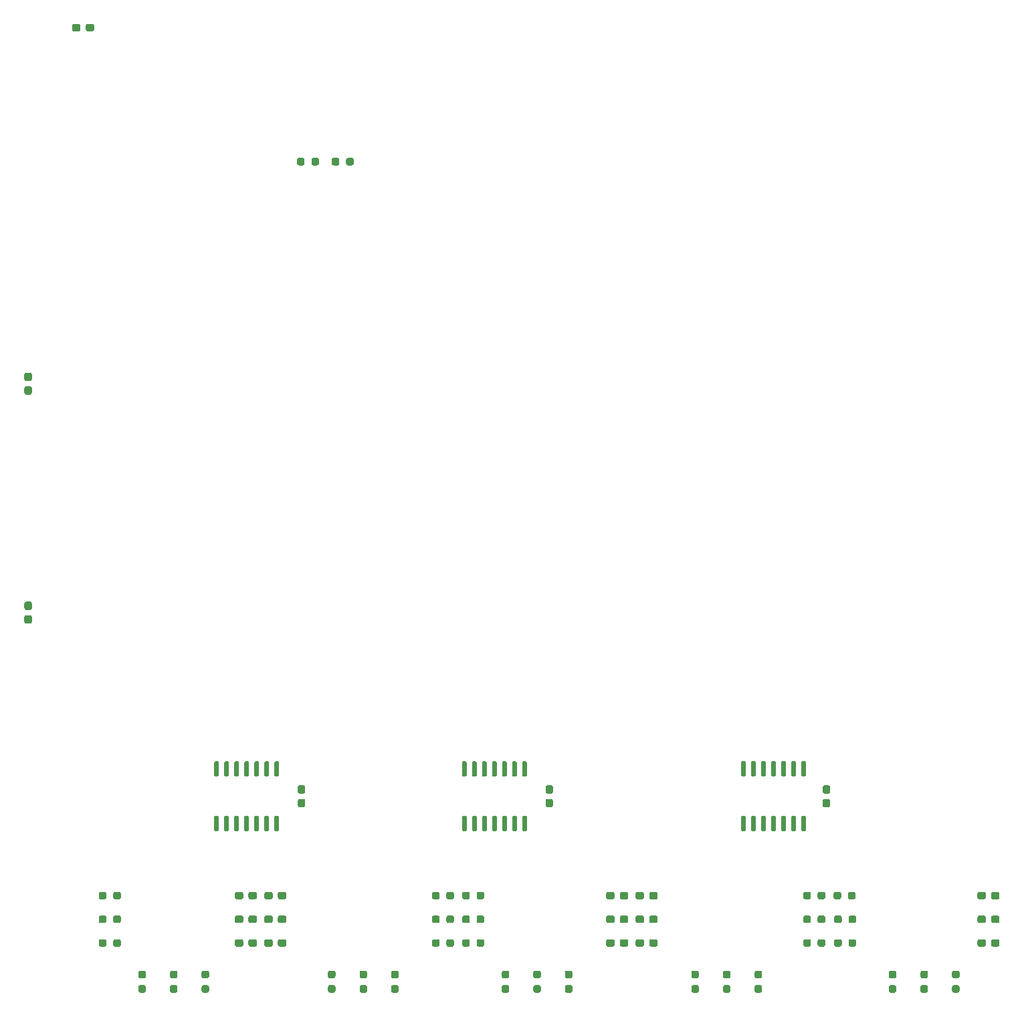
<source format=gbp>
%TF.GenerationSoftware,KiCad,Pcbnew,(5.1.9-0-10_14)*%
%TF.CreationDate,2021-08-20T09:49:49+02:00*%
%TF.ProjectId,MechanicalTheatre,4d656368-616e-4696-9361-6c5468656174,rev?*%
%TF.SameCoordinates,Original*%
%TF.FileFunction,Paste,Bot*%
%TF.FilePolarity,Positive*%
%FSLAX46Y46*%
G04 Gerber Fmt 4.6, Leading zero omitted, Abs format (unit mm)*
G04 Created by KiCad (PCBNEW (5.1.9-0-10_14)) date 2021-08-20 09:49:49*
%MOMM*%
%LPD*%
G01*
G04 APERTURE LIST*
G04 APERTURE END LIST*
%TO.C,U14*%
G36*
G01*
X66182000Y-162941000D02*
X65882000Y-162941000D01*
G75*
G02*
X65732000Y-162791000I0J150000D01*
G01*
X65732000Y-161116000D01*
G75*
G02*
X65882000Y-160966000I150000J0D01*
G01*
X66182000Y-160966000D01*
G75*
G02*
X66332000Y-161116000I0J-150000D01*
G01*
X66332000Y-162791000D01*
G75*
G02*
X66182000Y-162941000I-150000J0D01*
G01*
G37*
G36*
G01*
X64912000Y-162941000D02*
X64612000Y-162941000D01*
G75*
G02*
X64462000Y-162791000I0J150000D01*
G01*
X64462000Y-161116000D01*
G75*
G02*
X64612000Y-160966000I150000J0D01*
G01*
X64912000Y-160966000D01*
G75*
G02*
X65062000Y-161116000I0J-150000D01*
G01*
X65062000Y-162791000D01*
G75*
G02*
X64912000Y-162941000I-150000J0D01*
G01*
G37*
G36*
G01*
X63642000Y-162941000D02*
X63342000Y-162941000D01*
G75*
G02*
X63192000Y-162791000I0J150000D01*
G01*
X63192000Y-161116000D01*
G75*
G02*
X63342000Y-160966000I150000J0D01*
G01*
X63642000Y-160966000D01*
G75*
G02*
X63792000Y-161116000I0J-150000D01*
G01*
X63792000Y-162791000D01*
G75*
G02*
X63642000Y-162941000I-150000J0D01*
G01*
G37*
G36*
G01*
X62372000Y-162941000D02*
X62072000Y-162941000D01*
G75*
G02*
X61922000Y-162791000I0J150000D01*
G01*
X61922000Y-161116000D01*
G75*
G02*
X62072000Y-160966000I150000J0D01*
G01*
X62372000Y-160966000D01*
G75*
G02*
X62522000Y-161116000I0J-150000D01*
G01*
X62522000Y-162791000D01*
G75*
G02*
X62372000Y-162941000I-150000J0D01*
G01*
G37*
G36*
G01*
X61102000Y-162941000D02*
X60802000Y-162941000D01*
G75*
G02*
X60652000Y-162791000I0J150000D01*
G01*
X60652000Y-161116000D01*
G75*
G02*
X60802000Y-160966000I150000J0D01*
G01*
X61102000Y-160966000D01*
G75*
G02*
X61252000Y-161116000I0J-150000D01*
G01*
X61252000Y-162791000D01*
G75*
G02*
X61102000Y-162941000I-150000J0D01*
G01*
G37*
G36*
G01*
X59832000Y-162941000D02*
X59532000Y-162941000D01*
G75*
G02*
X59382000Y-162791000I0J150000D01*
G01*
X59382000Y-161116000D01*
G75*
G02*
X59532000Y-160966000I150000J0D01*
G01*
X59832000Y-160966000D01*
G75*
G02*
X59982000Y-161116000I0J-150000D01*
G01*
X59982000Y-162791000D01*
G75*
G02*
X59832000Y-162941000I-150000J0D01*
G01*
G37*
G36*
G01*
X58562000Y-162941000D02*
X58262000Y-162941000D01*
G75*
G02*
X58112000Y-162791000I0J150000D01*
G01*
X58112000Y-161116000D01*
G75*
G02*
X58262000Y-160966000I150000J0D01*
G01*
X58562000Y-160966000D01*
G75*
G02*
X58712000Y-161116000I0J-150000D01*
G01*
X58712000Y-162791000D01*
G75*
G02*
X58562000Y-162941000I-150000J0D01*
G01*
G37*
G36*
G01*
X58562000Y-169866000D02*
X58262000Y-169866000D01*
G75*
G02*
X58112000Y-169716000I0J150000D01*
G01*
X58112000Y-168041000D01*
G75*
G02*
X58262000Y-167891000I150000J0D01*
G01*
X58562000Y-167891000D01*
G75*
G02*
X58712000Y-168041000I0J-150000D01*
G01*
X58712000Y-169716000D01*
G75*
G02*
X58562000Y-169866000I-150000J0D01*
G01*
G37*
G36*
G01*
X59832000Y-169866000D02*
X59532000Y-169866000D01*
G75*
G02*
X59382000Y-169716000I0J150000D01*
G01*
X59382000Y-168041000D01*
G75*
G02*
X59532000Y-167891000I150000J0D01*
G01*
X59832000Y-167891000D01*
G75*
G02*
X59982000Y-168041000I0J-150000D01*
G01*
X59982000Y-169716000D01*
G75*
G02*
X59832000Y-169866000I-150000J0D01*
G01*
G37*
G36*
G01*
X61102000Y-169866000D02*
X60802000Y-169866000D01*
G75*
G02*
X60652000Y-169716000I0J150000D01*
G01*
X60652000Y-168041000D01*
G75*
G02*
X60802000Y-167891000I150000J0D01*
G01*
X61102000Y-167891000D01*
G75*
G02*
X61252000Y-168041000I0J-150000D01*
G01*
X61252000Y-169716000D01*
G75*
G02*
X61102000Y-169866000I-150000J0D01*
G01*
G37*
G36*
G01*
X62372000Y-169866000D02*
X62072000Y-169866000D01*
G75*
G02*
X61922000Y-169716000I0J150000D01*
G01*
X61922000Y-168041000D01*
G75*
G02*
X62072000Y-167891000I150000J0D01*
G01*
X62372000Y-167891000D01*
G75*
G02*
X62522000Y-168041000I0J-150000D01*
G01*
X62522000Y-169716000D01*
G75*
G02*
X62372000Y-169866000I-150000J0D01*
G01*
G37*
G36*
G01*
X63642000Y-169866000D02*
X63342000Y-169866000D01*
G75*
G02*
X63192000Y-169716000I0J150000D01*
G01*
X63192000Y-168041000D01*
G75*
G02*
X63342000Y-167891000I150000J0D01*
G01*
X63642000Y-167891000D01*
G75*
G02*
X63792000Y-168041000I0J-150000D01*
G01*
X63792000Y-169716000D01*
G75*
G02*
X63642000Y-169866000I-150000J0D01*
G01*
G37*
G36*
G01*
X64912000Y-169866000D02*
X64612000Y-169866000D01*
G75*
G02*
X64462000Y-169716000I0J150000D01*
G01*
X64462000Y-168041000D01*
G75*
G02*
X64612000Y-167891000I150000J0D01*
G01*
X64912000Y-167891000D01*
G75*
G02*
X65062000Y-168041000I0J-150000D01*
G01*
X65062000Y-169716000D01*
G75*
G02*
X64912000Y-169866000I-150000J0D01*
G01*
G37*
G36*
G01*
X66182000Y-169866000D02*
X65882000Y-169866000D01*
G75*
G02*
X65732000Y-169716000I0J150000D01*
G01*
X65732000Y-168041000D01*
G75*
G02*
X65882000Y-167891000I150000J0D01*
G01*
X66182000Y-167891000D01*
G75*
G02*
X66332000Y-168041000I0J-150000D01*
G01*
X66332000Y-169716000D01*
G75*
G02*
X66182000Y-169866000I-150000J0D01*
G01*
G37*
%TD*%
%TO.C,R74*%
G36*
G01*
X44487500Y-180762500D02*
X44487500Y-181237500D01*
G75*
G02*
X44250000Y-181475000I-237500J0D01*
G01*
X43750000Y-181475000D01*
G75*
G02*
X43512500Y-181237500I0J237500D01*
G01*
X43512500Y-180762500D01*
G75*
G02*
X43750000Y-180525000I237500J0D01*
G01*
X44250000Y-180525000D01*
G75*
G02*
X44487500Y-180762500I0J-237500D01*
G01*
G37*
G36*
G01*
X46312500Y-180762500D02*
X46312500Y-181237500D01*
G75*
G02*
X46075000Y-181475000I-237500J0D01*
G01*
X45575000Y-181475000D01*
G75*
G02*
X45337500Y-181237500I0J237500D01*
G01*
X45337500Y-180762500D01*
G75*
G02*
X45575000Y-180525000I237500J0D01*
G01*
X46075000Y-180525000D01*
G75*
G02*
X46312500Y-180762500I0J-237500D01*
G01*
G37*
%TD*%
%TO.C,R73*%
G36*
G01*
X44487500Y-177762500D02*
X44487500Y-178237500D01*
G75*
G02*
X44250000Y-178475000I-237500J0D01*
G01*
X43750000Y-178475000D01*
G75*
G02*
X43512500Y-178237500I0J237500D01*
G01*
X43512500Y-177762500D01*
G75*
G02*
X43750000Y-177525000I237500J0D01*
G01*
X44250000Y-177525000D01*
G75*
G02*
X44487500Y-177762500I0J-237500D01*
G01*
G37*
G36*
G01*
X46312500Y-177762500D02*
X46312500Y-178237500D01*
G75*
G02*
X46075000Y-178475000I-237500J0D01*
G01*
X45575000Y-178475000D01*
G75*
G02*
X45337500Y-178237500I0J237500D01*
G01*
X45337500Y-177762500D01*
G75*
G02*
X45575000Y-177525000I237500J0D01*
G01*
X46075000Y-177525000D01*
G75*
G02*
X46312500Y-177762500I0J-237500D01*
G01*
G37*
%TD*%
%TO.C,R72*%
G36*
G01*
X52762500Y-189337000D02*
X53237500Y-189337000D01*
G75*
G02*
X53475000Y-189574500I0J-237500D01*
G01*
X53475000Y-190074500D01*
G75*
G02*
X53237500Y-190312000I-237500J0D01*
G01*
X52762500Y-190312000D01*
G75*
G02*
X52525000Y-190074500I0J237500D01*
G01*
X52525000Y-189574500D01*
G75*
G02*
X52762500Y-189337000I237500J0D01*
G01*
G37*
G36*
G01*
X52762500Y-187512000D02*
X53237500Y-187512000D01*
G75*
G02*
X53475000Y-187749500I0J-237500D01*
G01*
X53475000Y-188249500D01*
G75*
G02*
X53237500Y-188487000I-237500J0D01*
G01*
X52762500Y-188487000D01*
G75*
G02*
X52525000Y-188249500I0J237500D01*
G01*
X52525000Y-187749500D01*
G75*
G02*
X52762500Y-187512000I237500J0D01*
G01*
G37*
%TD*%
%TO.C,R71*%
G36*
G01*
X48762500Y-189337000D02*
X49237500Y-189337000D01*
G75*
G02*
X49475000Y-189574500I0J-237500D01*
G01*
X49475000Y-190074500D01*
G75*
G02*
X49237500Y-190312000I-237500J0D01*
G01*
X48762500Y-190312000D01*
G75*
G02*
X48525000Y-190074500I0J237500D01*
G01*
X48525000Y-189574500D01*
G75*
G02*
X48762500Y-189337000I237500J0D01*
G01*
G37*
G36*
G01*
X48762500Y-187512000D02*
X49237500Y-187512000D01*
G75*
G02*
X49475000Y-187749500I0J-237500D01*
G01*
X49475000Y-188249500D01*
G75*
G02*
X49237500Y-188487000I-237500J0D01*
G01*
X48762500Y-188487000D01*
G75*
G02*
X48525000Y-188249500I0J237500D01*
G01*
X48525000Y-187749500D01*
G75*
G02*
X48762500Y-187512000I237500J0D01*
G01*
G37*
%TD*%
%TO.C,C34*%
G36*
G01*
X41205500Y-67790500D02*
X41205500Y-68265500D01*
G75*
G02*
X40968000Y-68503000I-237500J0D01*
G01*
X40368000Y-68503000D01*
G75*
G02*
X40130500Y-68265500I0J237500D01*
G01*
X40130500Y-67790500D01*
G75*
G02*
X40368000Y-67553000I237500J0D01*
G01*
X40968000Y-67553000D01*
G75*
G02*
X41205500Y-67790500I0J-237500D01*
G01*
G37*
G36*
G01*
X42930500Y-67790500D02*
X42930500Y-68265500D01*
G75*
G02*
X42693000Y-68503000I-237500J0D01*
G01*
X42093000Y-68503000D01*
G75*
G02*
X41855500Y-68265500I0J237500D01*
G01*
X41855500Y-67790500D01*
G75*
G02*
X42093000Y-67553000I237500J0D01*
G01*
X42693000Y-67553000D01*
G75*
G02*
X42930500Y-67790500I0J-237500D01*
G01*
G37*
%TD*%
%TO.C,C33*%
G36*
G01*
X34334500Y-113465000D02*
X34809500Y-113465000D01*
G75*
G02*
X35047000Y-113702500I0J-237500D01*
G01*
X35047000Y-114302500D01*
G75*
G02*
X34809500Y-114540000I-237500J0D01*
G01*
X34334500Y-114540000D01*
G75*
G02*
X34097000Y-114302500I0J237500D01*
G01*
X34097000Y-113702500D01*
G75*
G02*
X34334500Y-113465000I237500J0D01*
G01*
G37*
G36*
G01*
X34334500Y-111740000D02*
X34809500Y-111740000D01*
G75*
G02*
X35047000Y-111977500I0J-237500D01*
G01*
X35047000Y-112577500D01*
G75*
G02*
X34809500Y-112815000I-237500J0D01*
G01*
X34334500Y-112815000D01*
G75*
G02*
X34097000Y-112577500I0J237500D01*
G01*
X34097000Y-111977500D01*
G75*
G02*
X34334500Y-111740000I237500J0D01*
G01*
G37*
%TD*%
%TO.C,C32*%
G36*
G01*
X34809500Y-141813000D02*
X34334500Y-141813000D01*
G75*
G02*
X34097000Y-141575500I0J237500D01*
G01*
X34097000Y-140975500D01*
G75*
G02*
X34334500Y-140738000I237500J0D01*
G01*
X34809500Y-140738000D01*
G75*
G02*
X35047000Y-140975500I0J-237500D01*
G01*
X35047000Y-141575500D01*
G75*
G02*
X34809500Y-141813000I-237500J0D01*
G01*
G37*
G36*
G01*
X34809500Y-143538000D02*
X34334500Y-143538000D01*
G75*
G02*
X34097000Y-143300500I0J237500D01*
G01*
X34097000Y-142700500D01*
G75*
G02*
X34334500Y-142463000I237500J0D01*
G01*
X34809500Y-142463000D01*
G75*
G02*
X35047000Y-142700500I0J-237500D01*
G01*
X35047000Y-143300500D01*
G75*
G02*
X34809500Y-143538000I-237500J0D01*
G01*
G37*
%TD*%
%TO.C,C22*%
G36*
G01*
X62462500Y-181237500D02*
X62462500Y-180762500D01*
G75*
G02*
X62700000Y-180525000I237500J0D01*
G01*
X63300000Y-180525000D01*
G75*
G02*
X63537500Y-180762500I0J-237500D01*
G01*
X63537500Y-181237500D01*
G75*
G02*
X63300000Y-181475000I-237500J0D01*
G01*
X62700000Y-181475000D01*
G75*
G02*
X62462500Y-181237500I0J237500D01*
G01*
G37*
G36*
G01*
X60737500Y-181237500D02*
X60737500Y-180762500D01*
G75*
G02*
X60975000Y-180525000I237500J0D01*
G01*
X61575000Y-180525000D01*
G75*
G02*
X61812500Y-180762500I0J-237500D01*
G01*
X61812500Y-181237500D01*
G75*
G02*
X61575000Y-181475000I-237500J0D01*
G01*
X60975000Y-181475000D01*
G75*
G02*
X60737500Y-181237500I0J237500D01*
G01*
G37*
%TD*%
%TO.C,C21*%
G36*
G01*
X62462500Y-178237500D02*
X62462500Y-177762500D01*
G75*
G02*
X62700000Y-177525000I237500J0D01*
G01*
X63300000Y-177525000D01*
G75*
G02*
X63537500Y-177762500I0J-237500D01*
G01*
X63537500Y-178237500D01*
G75*
G02*
X63300000Y-178475000I-237500J0D01*
G01*
X62700000Y-178475000D01*
G75*
G02*
X62462500Y-178237500I0J237500D01*
G01*
G37*
G36*
G01*
X60737500Y-178237500D02*
X60737500Y-177762500D01*
G75*
G02*
X60975000Y-177525000I237500J0D01*
G01*
X61575000Y-177525000D01*
G75*
G02*
X61812500Y-177762500I0J-237500D01*
G01*
X61812500Y-178237500D01*
G75*
G02*
X61575000Y-178475000I-237500J0D01*
G01*
X60975000Y-178475000D01*
G75*
G02*
X60737500Y-178237500I0J237500D01*
G01*
G37*
%TD*%
%TO.C,R18*%
G36*
G01*
X137569000Y-180762500D02*
X137569000Y-181237500D01*
G75*
G02*
X137331500Y-181475000I-237500J0D01*
G01*
X136831500Y-181475000D01*
G75*
G02*
X136594000Y-181237500I0J237500D01*
G01*
X136594000Y-180762500D01*
G75*
G02*
X136831500Y-180525000I237500J0D01*
G01*
X137331500Y-180525000D01*
G75*
G02*
X137569000Y-180762500I0J-237500D01*
G01*
G37*
G36*
G01*
X139394000Y-180762500D02*
X139394000Y-181237500D01*
G75*
G02*
X139156500Y-181475000I-237500J0D01*
G01*
X138656500Y-181475000D01*
G75*
G02*
X138419000Y-181237500I0J237500D01*
G01*
X138419000Y-180762500D01*
G75*
G02*
X138656500Y-180525000I237500J0D01*
G01*
X139156500Y-180525000D01*
G75*
G02*
X139394000Y-180762500I0J-237500D01*
G01*
G37*
%TD*%
%TO.C,R19*%
G36*
G01*
X148237500Y-188487000D02*
X147762500Y-188487000D01*
G75*
G02*
X147525000Y-188249500I0J237500D01*
G01*
X147525000Y-187749500D01*
G75*
G02*
X147762500Y-187512000I237500J0D01*
G01*
X148237500Y-187512000D01*
G75*
G02*
X148475000Y-187749500I0J-237500D01*
G01*
X148475000Y-188249500D01*
G75*
G02*
X148237500Y-188487000I-237500J0D01*
G01*
G37*
G36*
G01*
X148237500Y-190312000D02*
X147762500Y-190312000D01*
G75*
G02*
X147525000Y-190074500I0J237500D01*
G01*
X147525000Y-189574500D01*
G75*
G02*
X147762500Y-189337000I237500J0D01*
G01*
X148237500Y-189337000D01*
G75*
G02*
X148475000Y-189574500I0J-237500D01*
G01*
X148475000Y-190074500D01*
G75*
G02*
X148237500Y-190312000I-237500J0D01*
G01*
G37*
%TD*%
%TO.C,U10*%
G36*
G01*
X97556000Y-162941000D02*
X97256000Y-162941000D01*
G75*
G02*
X97106000Y-162791000I0J150000D01*
G01*
X97106000Y-161116000D01*
G75*
G02*
X97256000Y-160966000I150000J0D01*
G01*
X97556000Y-160966000D01*
G75*
G02*
X97706000Y-161116000I0J-150000D01*
G01*
X97706000Y-162791000D01*
G75*
G02*
X97556000Y-162941000I-150000J0D01*
G01*
G37*
G36*
G01*
X96286000Y-162941000D02*
X95986000Y-162941000D01*
G75*
G02*
X95836000Y-162791000I0J150000D01*
G01*
X95836000Y-161116000D01*
G75*
G02*
X95986000Y-160966000I150000J0D01*
G01*
X96286000Y-160966000D01*
G75*
G02*
X96436000Y-161116000I0J-150000D01*
G01*
X96436000Y-162791000D01*
G75*
G02*
X96286000Y-162941000I-150000J0D01*
G01*
G37*
G36*
G01*
X95016000Y-162941000D02*
X94716000Y-162941000D01*
G75*
G02*
X94566000Y-162791000I0J150000D01*
G01*
X94566000Y-161116000D01*
G75*
G02*
X94716000Y-160966000I150000J0D01*
G01*
X95016000Y-160966000D01*
G75*
G02*
X95166000Y-161116000I0J-150000D01*
G01*
X95166000Y-162791000D01*
G75*
G02*
X95016000Y-162941000I-150000J0D01*
G01*
G37*
G36*
G01*
X93746000Y-162941000D02*
X93446000Y-162941000D01*
G75*
G02*
X93296000Y-162791000I0J150000D01*
G01*
X93296000Y-161116000D01*
G75*
G02*
X93446000Y-160966000I150000J0D01*
G01*
X93746000Y-160966000D01*
G75*
G02*
X93896000Y-161116000I0J-150000D01*
G01*
X93896000Y-162791000D01*
G75*
G02*
X93746000Y-162941000I-150000J0D01*
G01*
G37*
G36*
G01*
X92476000Y-162941000D02*
X92176000Y-162941000D01*
G75*
G02*
X92026000Y-162791000I0J150000D01*
G01*
X92026000Y-161116000D01*
G75*
G02*
X92176000Y-160966000I150000J0D01*
G01*
X92476000Y-160966000D01*
G75*
G02*
X92626000Y-161116000I0J-150000D01*
G01*
X92626000Y-162791000D01*
G75*
G02*
X92476000Y-162941000I-150000J0D01*
G01*
G37*
G36*
G01*
X91206000Y-162941000D02*
X90906000Y-162941000D01*
G75*
G02*
X90756000Y-162791000I0J150000D01*
G01*
X90756000Y-161116000D01*
G75*
G02*
X90906000Y-160966000I150000J0D01*
G01*
X91206000Y-160966000D01*
G75*
G02*
X91356000Y-161116000I0J-150000D01*
G01*
X91356000Y-162791000D01*
G75*
G02*
X91206000Y-162941000I-150000J0D01*
G01*
G37*
G36*
G01*
X89936000Y-162941000D02*
X89636000Y-162941000D01*
G75*
G02*
X89486000Y-162791000I0J150000D01*
G01*
X89486000Y-161116000D01*
G75*
G02*
X89636000Y-160966000I150000J0D01*
G01*
X89936000Y-160966000D01*
G75*
G02*
X90086000Y-161116000I0J-150000D01*
G01*
X90086000Y-162791000D01*
G75*
G02*
X89936000Y-162941000I-150000J0D01*
G01*
G37*
G36*
G01*
X89936000Y-169866000D02*
X89636000Y-169866000D01*
G75*
G02*
X89486000Y-169716000I0J150000D01*
G01*
X89486000Y-168041000D01*
G75*
G02*
X89636000Y-167891000I150000J0D01*
G01*
X89936000Y-167891000D01*
G75*
G02*
X90086000Y-168041000I0J-150000D01*
G01*
X90086000Y-169716000D01*
G75*
G02*
X89936000Y-169866000I-150000J0D01*
G01*
G37*
G36*
G01*
X91206000Y-169866000D02*
X90906000Y-169866000D01*
G75*
G02*
X90756000Y-169716000I0J150000D01*
G01*
X90756000Y-168041000D01*
G75*
G02*
X90906000Y-167891000I150000J0D01*
G01*
X91206000Y-167891000D01*
G75*
G02*
X91356000Y-168041000I0J-150000D01*
G01*
X91356000Y-169716000D01*
G75*
G02*
X91206000Y-169866000I-150000J0D01*
G01*
G37*
G36*
G01*
X92476000Y-169866000D02*
X92176000Y-169866000D01*
G75*
G02*
X92026000Y-169716000I0J150000D01*
G01*
X92026000Y-168041000D01*
G75*
G02*
X92176000Y-167891000I150000J0D01*
G01*
X92476000Y-167891000D01*
G75*
G02*
X92626000Y-168041000I0J-150000D01*
G01*
X92626000Y-169716000D01*
G75*
G02*
X92476000Y-169866000I-150000J0D01*
G01*
G37*
G36*
G01*
X93746000Y-169866000D02*
X93446000Y-169866000D01*
G75*
G02*
X93296000Y-169716000I0J150000D01*
G01*
X93296000Y-168041000D01*
G75*
G02*
X93446000Y-167891000I150000J0D01*
G01*
X93746000Y-167891000D01*
G75*
G02*
X93896000Y-168041000I0J-150000D01*
G01*
X93896000Y-169716000D01*
G75*
G02*
X93746000Y-169866000I-150000J0D01*
G01*
G37*
G36*
G01*
X95016000Y-169866000D02*
X94716000Y-169866000D01*
G75*
G02*
X94566000Y-169716000I0J150000D01*
G01*
X94566000Y-168041000D01*
G75*
G02*
X94716000Y-167891000I150000J0D01*
G01*
X95016000Y-167891000D01*
G75*
G02*
X95166000Y-168041000I0J-150000D01*
G01*
X95166000Y-169716000D01*
G75*
G02*
X95016000Y-169866000I-150000J0D01*
G01*
G37*
G36*
G01*
X96286000Y-169866000D02*
X95986000Y-169866000D01*
G75*
G02*
X95836000Y-169716000I0J150000D01*
G01*
X95836000Y-168041000D01*
G75*
G02*
X95986000Y-167891000I150000J0D01*
G01*
X96286000Y-167891000D01*
G75*
G02*
X96436000Y-168041000I0J-150000D01*
G01*
X96436000Y-169716000D01*
G75*
G02*
X96286000Y-169866000I-150000J0D01*
G01*
G37*
G36*
G01*
X97556000Y-169866000D02*
X97256000Y-169866000D01*
G75*
G02*
X97106000Y-169716000I0J150000D01*
G01*
X97106000Y-168041000D01*
G75*
G02*
X97256000Y-167891000I150000J0D01*
G01*
X97556000Y-167891000D01*
G75*
G02*
X97706000Y-168041000I0J-150000D01*
G01*
X97706000Y-169716000D01*
G75*
G02*
X97556000Y-169866000I-150000J0D01*
G01*
G37*
%TD*%
%TO.C,U6*%
G36*
G01*
X132881000Y-162941000D02*
X132581000Y-162941000D01*
G75*
G02*
X132431000Y-162791000I0J150000D01*
G01*
X132431000Y-161116000D01*
G75*
G02*
X132581000Y-160966000I150000J0D01*
G01*
X132881000Y-160966000D01*
G75*
G02*
X133031000Y-161116000I0J-150000D01*
G01*
X133031000Y-162791000D01*
G75*
G02*
X132881000Y-162941000I-150000J0D01*
G01*
G37*
G36*
G01*
X131611000Y-162941000D02*
X131311000Y-162941000D01*
G75*
G02*
X131161000Y-162791000I0J150000D01*
G01*
X131161000Y-161116000D01*
G75*
G02*
X131311000Y-160966000I150000J0D01*
G01*
X131611000Y-160966000D01*
G75*
G02*
X131761000Y-161116000I0J-150000D01*
G01*
X131761000Y-162791000D01*
G75*
G02*
X131611000Y-162941000I-150000J0D01*
G01*
G37*
G36*
G01*
X130341000Y-162941000D02*
X130041000Y-162941000D01*
G75*
G02*
X129891000Y-162791000I0J150000D01*
G01*
X129891000Y-161116000D01*
G75*
G02*
X130041000Y-160966000I150000J0D01*
G01*
X130341000Y-160966000D01*
G75*
G02*
X130491000Y-161116000I0J-150000D01*
G01*
X130491000Y-162791000D01*
G75*
G02*
X130341000Y-162941000I-150000J0D01*
G01*
G37*
G36*
G01*
X129071000Y-162941000D02*
X128771000Y-162941000D01*
G75*
G02*
X128621000Y-162791000I0J150000D01*
G01*
X128621000Y-161116000D01*
G75*
G02*
X128771000Y-160966000I150000J0D01*
G01*
X129071000Y-160966000D01*
G75*
G02*
X129221000Y-161116000I0J-150000D01*
G01*
X129221000Y-162791000D01*
G75*
G02*
X129071000Y-162941000I-150000J0D01*
G01*
G37*
G36*
G01*
X127801000Y-162941000D02*
X127501000Y-162941000D01*
G75*
G02*
X127351000Y-162791000I0J150000D01*
G01*
X127351000Y-161116000D01*
G75*
G02*
X127501000Y-160966000I150000J0D01*
G01*
X127801000Y-160966000D01*
G75*
G02*
X127951000Y-161116000I0J-150000D01*
G01*
X127951000Y-162791000D01*
G75*
G02*
X127801000Y-162941000I-150000J0D01*
G01*
G37*
G36*
G01*
X126531000Y-162941000D02*
X126231000Y-162941000D01*
G75*
G02*
X126081000Y-162791000I0J150000D01*
G01*
X126081000Y-161116000D01*
G75*
G02*
X126231000Y-160966000I150000J0D01*
G01*
X126531000Y-160966000D01*
G75*
G02*
X126681000Y-161116000I0J-150000D01*
G01*
X126681000Y-162791000D01*
G75*
G02*
X126531000Y-162941000I-150000J0D01*
G01*
G37*
G36*
G01*
X125261000Y-162941000D02*
X124961000Y-162941000D01*
G75*
G02*
X124811000Y-162791000I0J150000D01*
G01*
X124811000Y-161116000D01*
G75*
G02*
X124961000Y-160966000I150000J0D01*
G01*
X125261000Y-160966000D01*
G75*
G02*
X125411000Y-161116000I0J-150000D01*
G01*
X125411000Y-162791000D01*
G75*
G02*
X125261000Y-162941000I-150000J0D01*
G01*
G37*
G36*
G01*
X125261000Y-169866000D02*
X124961000Y-169866000D01*
G75*
G02*
X124811000Y-169716000I0J150000D01*
G01*
X124811000Y-168041000D01*
G75*
G02*
X124961000Y-167891000I150000J0D01*
G01*
X125261000Y-167891000D01*
G75*
G02*
X125411000Y-168041000I0J-150000D01*
G01*
X125411000Y-169716000D01*
G75*
G02*
X125261000Y-169866000I-150000J0D01*
G01*
G37*
G36*
G01*
X126531000Y-169866000D02*
X126231000Y-169866000D01*
G75*
G02*
X126081000Y-169716000I0J150000D01*
G01*
X126081000Y-168041000D01*
G75*
G02*
X126231000Y-167891000I150000J0D01*
G01*
X126531000Y-167891000D01*
G75*
G02*
X126681000Y-168041000I0J-150000D01*
G01*
X126681000Y-169716000D01*
G75*
G02*
X126531000Y-169866000I-150000J0D01*
G01*
G37*
G36*
G01*
X127801000Y-169866000D02*
X127501000Y-169866000D01*
G75*
G02*
X127351000Y-169716000I0J150000D01*
G01*
X127351000Y-168041000D01*
G75*
G02*
X127501000Y-167891000I150000J0D01*
G01*
X127801000Y-167891000D01*
G75*
G02*
X127951000Y-168041000I0J-150000D01*
G01*
X127951000Y-169716000D01*
G75*
G02*
X127801000Y-169866000I-150000J0D01*
G01*
G37*
G36*
G01*
X129071000Y-169866000D02*
X128771000Y-169866000D01*
G75*
G02*
X128621000Y-169716000I0J150000D01*
G01*
X128621000Y-168041000D01*
G75*
G02*
X128771000Y-167891000I150000J0D01*
G01*
X129071000Y-167891000D01*
G75*
G02*
X129221000Y-168041000I0J-150000D01*
G01*
X129221000Y-169716000D01*
G75*
G02*
X129071000Y-169866000I-150000J0D01*
G01*
G37*
G36*
G01*
X130341000Y-169866000D02*
X130041000Y-169866000D01*
G75*
G02*
X129891000Y-169716000I0J150000D01*
G01*
X129891000Y-168041000D01*
G75*
G02*
X130041000Y-167891000I150000J0D01*
G01*
X130341000Y-167891000D01*
G75*
G02*
X130491000Y-168041000I0J-150000D01*
G01*
X130491000Y-169716000D01*
G75*
G02*
X130341000Y-169866000I-150000J0D01*
G01*
G37*
G36*
G01*
X131611000Y-169866000D02*
X131311000Y-169866000D01*
G75*
G02*
X131161000Y-169716000I0J150000D01*
G01*
X131161000Y-168041000D01*
G75*
G02*
X131311000Y-167891000I150000J0D01*
G01*
X131611000Y-167891000D01*
G75*
G02*
X131761000Y-168041000I0J-150000D01*
G01*
X131761000Y-169716000D01*
G75*
G02*
X131611000Y-169866000I-150000J0D01*
G01*
G37*
G36*
G01*
X132881000Y-169866000D02*
X132581000Y-169866000D01*
G75*
G02*
X132431000Y-169716000I0J150000D01*
G01*
X132431000Y-168041000D01*
G75*
G02*
X132581000Y-167891000I150000J0D01*
G01*
X132881000Y-167891000D01*
G75*
G02*
X133031000Y-168041000I0J-150000D01*
G01*
X133031000Y-169716000D01*
G75*
G02*
X132881000Y-169866000I-150000J0D01*
G01*
G37*
%TD*%
%TO.C,R63*%
G36*
G01*
X57237500Y-188487000D02*
X56762500Y-188487000D01*
G75*
G02*
X56525000Y-188249500I0J237500D01*
G01*
X56525000Y-187749500D01*
G75*
G02*
X56762500Y-187512000I237500J0D01*
G01*
X57237500Y-187512000D01*
G75*
G02*
X57475000Y-187749500I0J-237500D01*
G01*
X57475000Y-188249500D01*
G75*
G02*
X57237500Y-188487000I-237500J0D01*
G01*
G37*
G36*
G01*
X57237500Y-190312000D02*
X56762500Y-190312000D01*
G75*
G02*
X56525000Y-190074500I0J237500D01*
G01*
X56525000Y-189574500D01*
G75*
G02*
X56762500Y-189337000I237500J0D01*
G01*
X57237500Y-189337000D01*
G75*
G02*
X57475000Y-189574500I0J-237500D01*
G01*
X57475000Y-190074500D01*
G75*
G02*
X57237500Y-190312000I-237500J0D01*
G01*
G37*
%TD*%
%TO.C,R62*%
G36*
G01*
X44487500Y-183762500D02*
X44487500Y-184237500D01*
G75*
G02*
X44250000Y-184475000I-237500J0D01*
G01*
X43750000Y-184475000D01*
G75*
G02*
X43512500Y-184237500I0J237500D01*
G01*
X43512500Y-183762500D01*
G75*
G02*
X43750000Y-183525000I237500J0D01*
G01*
X44250000Y-183525000D01*
G75*
G02*
X44487500Y-183762500I0J-237500D01*
G01*
G37*
G36*
G01*
X46312500Y-183762500D02*
X46312500Y-184237500D01*
G75*
G02*
X46075000Y-184475000I-237500J0D01*
G01*
X45575000Y-184475000D01*
G75*
G02*
X45337500Y-184237500I0J237500D01*
G01*
X45337500Y-183762500D01*
G75*
G02*
X45575000Y-183525000I237500J0D01*
G01*
X46075000Y-183525000D01*
G75*
G02*
X46312500Y-183762500I0J-237500D01*
G01*
G37*
%TD*%
%TO.C,R59*%
G36*
G01*
X73237500Y-188487000D02*
X72762500Y-188487000D01*
G75*
G02*
X72525000Y-188249500I0J237500D01*
G01*
X72525000Y-187749500D01*
G75*
G02*
X72762500Y-187512000I237500J0D01*
G01*
X73237500Y-187512000D01*
G75*
G02*
X73475000Y-187749500I0J-237500D01*
G01*
X73475000Y-188249500D01*
G75*
G02*
X73237500Y-188487000I-237500J0D01*
G01*
G37*
G36*
G01*
X73237500Y-190312000D02*
X72762500Y-190312000D01*
G75*
G02*
X72525000Y-190074500I0J237500D01*
G01*
X72525000Y-189574500D01*
G75*
G02*
X72762500Y-189337000I237500J0D01*
G01*
X73237500Y-189337000D01*
G75*
G02*
X73475000Y-189574500I0J-237500D01*
G01*
X73475000Y-190074500D01*
G75*
G02*
X73237500Y-190312000I-237500J0D01*
G01*
G37*
%TD*%
%TO.C,R58*%
G36*
G01*
X87512500Y-178237500D02*
X87512500Y-177762500D01*
G75*
G02*
X87750000Y-177525000I237500J0D01*
G01*
X88250000Y-177525000D01*
G75*
G02*
X88487500Y-177762500I0J-237500D01*
G01*
X88487500Y-178237500D01*
G75*
G02*
X88250000Y-178475000I-237500J0D01*
G01*
X87750000Y-178475000D01*
G75*
G02*
X87512500Y-178237500I0J237500D01*
G01*
G37*
G36*
G01*
X85687500Y-178237500D02*
X85687500Y-177762500D01*
G75*
G02*
X85925000Y-177525000I237500J0D01*
G01*
X86425000Y-177525000D01*
G75*
G02*
X86662500Y-177762500I0J-237500D01*
G01*
X86662500Y-178237500D01*
G75*
G02*
X86425000Y-178475000I-237500J0D01*
G01*
X85925000Y-178475000D01*
G75*
G02*
X85687500Y-178237500I0J237500D01*
G01*
G37*
%TD*%
%TO.C,R55*%
G36*
G01*
X77237500Y-188487000D02*
X76762500Y-188487000D01*
G75*
G02*
X76525000Y-188249500I0J237500D01*
G01*
X76525000Y-187749500D01*
G75*
G02*
X76762500Y-187512000I237500J0D01*
G01*
X77237500Y-187512000D01*
G75*
G02*
X77475000Y-187749500I0J-237500D01*
G01*
X77475000Y-188249500D01*
G75*
G02*
X77237500Y-188487000I-237500J0D01*
G01*
G37*
G36*
G01*
X77237500Y-190312000D02*
X76762500Y-190312000D01*
G75*
G02*
X76525000Y-190074500I0J237500D01*
G01*
X76525000Y-189574500D01*
G75*
G02*
X76762500Y-189337000I237500J0D01*
G01*
X77237500Y-189337000D01*
G75*
G02*
X77475000Y-189574500I0J-237500D01*
G01*
X77475000Y-190074500D01*
G75*
G02*
X77237500Y-190312000I-237500J0D01*
G01*
G37*
%TD*%
%TO.C,R54*%
G36*
G01*
X87512500Y-181237500D02*
X87512500Y-180762500D01*
G75*
G02*
X87750000Y-180525000I237500J0D01*
G01*
X88250000Y-180525000D01*
G75*
G02*
X88487500Y-180762500I0J-237500D01*
G01*
X88487500Y-181237500D01*
G75*
G02*
X88250000Y-181475000I-237500J0D01*
G01*
X87750000Y-181475000D01*
G75*
G02*
X87512500Y-181237500I0J237500D01*
G01*
G37*
G36*
G01*
X85687500Y-181237500D02*
X85687500Y-180762500D01*
G75*
G02*
X85925000Y-180525000I237500J0D01*
G01*
X86425000Y-180525000D01*
G75*
G02*
X86662500Y-180762500I0J-237500D01*
G01*
X86662500Y-181237500D01*
G75*
G02*
X86425000Y-181475000I-237500J0D01*
G01*
X85925000Y-181475000D01*
G75*
G02*
X85687500Y-181237500I0J237500D01*
G01*
G37*
%TD*%
%TO.C,R51*%
G36*
G01*
X103237500Y-188487000D02*
X102762500Y-188487000D01*
G75*
G02*
X102525000Y-188249500I0J237500D01*
G01*
X102525000Y-187749500D01*
G75*
G02*
X102762500Y-187512000I237500J0D01*
G01*
X103237500Y-187512000D01*
G75*
G02*
X103475000Y-187749500I0J-237500D01*
G01*
X103475000Y-188249500D01*
G75*
G02*
X103237500Y-188487000I-237500J0D01*
G01*
G37*
G36*
G01*
X103237500Y-190312000D02*
X102762500Y-190312000D01*
G75*
G02*
X102525000Y-190074500I0J237500D01*
G01*
X102525000Y-189574500D01*
G75*
G02*
X102762500Y-189337000I237500J0D01*
G01*
X103237500Y-189337000D01*
G75*
G02*
X103475000Y-189574500I0J-237500D01*
G01*
X103475000Y-190074500D01*
G75*
G02*
X103237500Y-190312000I-237500J0D01*
G01*
G37*
%TD*%
%TO.C,R50*%
G36*
G01*
X90487500Y-180762500D02*
X90487500Y-181237500D01*
G75*
G02*
X90250000Y-181475000I-237500J0D01*
G01*
X89750000Y-181475000D01*
G75*
G02*
X89512500Y-181237500I0J237500D01*
G01*
X89512500Y-180762500D01*
G75*
G02*
X89750000Y-180525000I237500J0D01*
G01*
X90250000Y-180525000D01*
G75*
G02*
X90487500Y-180762500I0J-237500D01*
G01*
G37*
G36*
G01*
X92312500Y-180762500D02*
X92312500Y-181237500D01*
G75*
G02*
X92075000Y-181475000I-237500J0D01*
G01*
X91575000Y-181475000D01*
G75*
G02*
X91337500Y-181237500I0J237500D01*
G01*
X91337500Y-180762500D01*
G75*
G02*
X91575000Y-180525000I237500J0D01*
G01*
X92075000Y-180525000D01*
G75*
G02*
X92312500Y-180762500I0J-237500D01*
G01*
G37*
%TD*%
%TO.C,R47*%
G36*
G01*
X95237500Y-188487000D02*
X94762500Y-188487000D01*
G75*
G02*
X94525000Y-188249500I0J237500D01*
G01*
X94525000Y-187749500D01*
G75*
G02*
X94762500Y-187512000I237500J0D01*
G01*
X95237500Y-187512000D01*
G75*
G02*
X95475000Y-187749500I0J-237500D01*
G01*
X95475000Y-188249500D01*
G75*
G02*
X95237500Y-188487000I-237500J0D01*
G01*
G37*
G36*
G01*
X95237500Y-190312000D02*
X94762500Y-190312000D01*
G75*
G02*
X94525000Y-190074500I0J237500D01*
G01*
X94525000Y-189574500D01*
G75*
G02*
X94762500Y-189337000I237500J0D01*
G01*
X95237500Y-189337000D01*
G75*
G02*
X95475000Y-189574500I0J-237500D01*
G01*
X95475000Y-190074500D01*
G75*
G02*
X95237500Y-190312000I-237500J0D01*
G01*
G37*
%TD*%
%TO.C,R46*%
G36*
G01*
X90487500Y-177762500D02*
X90487500Y-178237500D01*
G75*
G02*
X90250000Y-178475000I-237500J0D01*
G01*
X89750000Y-178475000D01*
G75*
G02*
X89512500Y-178237500I0J237500D01*
G01*
X89512500Y-177762500D01*
G75*
G02*
X89750000Y-177525000I237500J0D01*
G01*
X90250000Y-177525000D01*
G75*
G02*
X90487500Y-177762500I0J-237500D01*
G01*
G37*
G36*
G01*
X92312500Y-177762500D02*
X92312500Y-178237500D01*
G75*
G02*
X92075000Y-178475000I-237500J0D01*
G01*
X91575000Y-178475000D01*
G75*
G02*
X91337500Y-178237500I0J237500D01*
G01*
X91337500Y-177762500D01*
G75*
G02*
X91575000Y-177525000I237500J0D01*
G01*
X92075000Y-177525000D01*
G75*
G02*
X92312500Y-177762500I0J-237500D01*
G01*
G37*
%TD*%
%TO.C,R43*%
G36*
G01*
X81237500Y-188487000D02*
X80762500Y-188487000D01*
G75*
G02*
X80525000Y-188249500I0J237500D01*
G01*
X80525000Y-187749500D01*
G75*
G02*
X80762500Y-187512000I237500J0D01*
G01*
X81237500Y-187512000D01*
G75*
G02*
X81475000Y-187749500I0J-237500D01*
G01*
X81475000Y-188249500D01*
G75*
G02*
X81237500Y-188487000I-237500J0D01*
G01*
G37*
G36*
G01*
X81237500Y-190312000D02*
X80762500Y-190312000D01*
G75*
G02*
X80525000Y-190074500I0J237500D01*
G01*
X80525000Y-189574500D01*
G75*
G02*
X80762500Y-189337000I237500J0D01*
G01*
X81237500Y-189337000D01*
G75*
G02*
X81475000Y-189574500I0J-237500D01*
G01*
X81475000Y-190074500D01*
G75*
G02*
X81237500Y-190312000I-237500J0D01*
G01*
G37*
%TD*%
%TO.C,R42*%
G36*
G01*
X87512500Y-184237500D02*
X87512500Y-183762500D01*
G75*
G02*
X87750000Y-183525000I237500J0D01*
G01*
X88250000Y-183525000D01*
G75*
G02*
X88487500Y-183762500I0J-237500D01*
G01*
X88487500Y-184237500D01*
G75*
G02*
X88250000Y-184475000I-237500J0D01*
G01*
X87750000Y-184475000D01*
G75*
G02*
X87512500Y-184237500I0J237500D01*
G01*
G37*
G36*
G01*
X85687500Y-184237500D02*
X85687500Y-183762500D01*
G75*
G02*
X85925000Y-183525000I237500J0D01*
G01*
X86425000Y-183525000D01*
G75*
G02*
X86662500Y-183762500I0J-237500D01*
G01*
X86662500Y-184237500D01*
G75*
G02*
X86425000Y-184475000I-237500J0D01*
G01*
X85925000Y-184475000D01*
G75*
G02*
X85687500Y-184237500I0J237500D01*
G01*
G37*
%TD*%
%TO.C,R39*%
G36*
G01*
X99237500Y-188487000D02*
X98762500Y-188487000D01*
G75*
G02*
X98525000Y-188249500I0J237500D01*
G01*
X98525000Y-187749500D01*
G75*
G02*
X98762500Y-187512000I237500J0D01*
G01*
X99237500Y-187512000D01*
G75*
G02*
X99475000Y-187749500I0J-237500D01*
G01*
X99475000Y-188249500D01*
G75*
G02*
X99237500Y-188487000I-237500J0D01*
G01*
G37*
G36*
G01*
X99237500Y-190312000D02*
X98762500Y-190312000D01*
G75*
G02*
X98525000Y-190074500I0J237500D01*
G01*
X98525000Y-189574500D01*
G75*
G02*
X98762500Y-189337000I237500J0D01*
G01*
X99237500Y-189337000D01*
G75*
G02*
X99475000Y-189574500I0J-237500D01*
G01*
X99475000Y-190074500D01*
G75*
G02*
X99237500Y-190312000I-237500J0D01*
G01*
G37*
%TD*%
%TO.C,R38*%
G36*
G01*
X90487500Y-183762500D02*
X90487500Y-184237500D01*
G75*
G02*
X90250000Y-184475000I-237500J0D01*
G01*
X89750000Y-184475000D01*
G75*
G02*
X89512500Y-184237500I0J237500D01*
G01*
X89512500Y-183762500D01*
G75*
G02*
X89750000Y-183525000I237500J0D01*
G01*
X90250000Y-183525000D01*
G75*
G02*
X90487500Y-183762500I0J-237500D01*
G01*
G37*
G36*
G01*
X92312500Y-183762500D02*
X92312500Y-184237500D01*
G75*
G02*
X92075000Y-184475000I-237500J0D01*
G01*
X91575000Y-184475000D01*
G75*
G02*
X91337500Y-184237500I0J237500D01*
G01*
X91337500Y-183762500D01*
G75*
G02*
X91575000Y-183525000I237500J0D01*
G01*
X92075000Y-183525000D01*
G75*
G02*
X92312500Y-183762500I0J-237500D01*
G01*
G37*
%TD*%
%TO.C,R35*%
G36*
G01*
X119237500Y-188487000D02*
X118762500Y-188487000D01*
G75*
G02*
X118525000Y-188249500I0J237500D01*
G01*
X118525000Y-187749500D01*
G75*
G02*
X118762500Y-187512000I237500J0D01*
G01*
X119237500Y-187512000D01*
G75*
G02*
X119475000Y-187749500I0J-237500D01*
G01*
X119475000Y-188249500D01*
G75*
G02*
X119237500Y-188487000I-237500J0D01*
G01*
G37*
G36*
G01*
X119237500Y-190312000D02*
X118762500Y-190312000D01*
G75*
G02*
X118525000Y-190074500I0J237500D01*
G01*
X118525000Y-189574500D01*
G75*
G02*
X118762500Y-189337000I237500J0D01*
G01*
X119237500Y-189337000D01*
G75*
G02*
X119475000Y-189574500I0J-237500D01*
G01*
X119475000Y-190074500D01*
G75*
G02*
X119237500Y-190312000I-237500J0D01*
G01*
G37*
%TD*%
%TO.C,R34*%
G36*
G01*
X134513000Y-178237500D02*
X134513000Y-177762500D01*
G75*
G02*
X134750500Y-177525000I237500J0D01*
G01*
X135250500Y-177525000D01*
G75*
G02*
X135488000Y-177762500I0J-237500D01*
G01*
X135488000Y-178237500D01*
G75*
G02*
X135250500Y-178475000I-237500J0D01*
G01*
X134750500Y-178475000D01*
G75*
G02*
X134513000Y-178237500I0J237500D01*
G01*
G37*
G36*
G01*
X132688000Y-178237500D02*
X132688000Y-177762500D01*
G75*
G02*
X132925500Y-177525000I237500J0D01*
G01*
X133425500Y-177525000D01*
G75*
G02*
X133663000Y-177762500I0J-237500D01*
G01*
X133663000Y-178237500D01*
G75*
G02*
X133425500Y-178475000I-237500J0D01*
G01*
X132925500Y-178475000D01*
G75*
G02*
X132688000Y-178237500I0J237500D01*
G01*
G37*
%TD*%
%TO.C,R31*%
G36*
G01*
X123237500Y-188487000D02*
X122762500Y-188487000D01*
G75*
G02*
X122525000Y-188249500I0J237500D01*
G01*
X122525000Y-187749500D01*
G75*
G02*
X122762500Y-187512000I237500J0D01*
G01*
X123237500Y-187512000D01*
G75*
G02*
X123475000Y-187749500I0J-237500D01*
G01*
X123475000Y-188249500D01*
G75*
G02*
X123237500Y-188487000I-237500J0D01*
G01*
G37*
G36*
G01*
X123237500Y-190312000D02*
X122762500Y-190312000D01*
G75*
G02*
X122525000Y-190074500I0J237500D01*
G01*
X122525000Y-189574500D01*
G75*
G02*
X122762500Y-189337000I237500J0D01*
G01*
X123237500Y-189337000D01*
G75*
G02*
X123475000Y-189574500I0J-237500D01*
G01*
X123475000Y-190074500D01*
G75*
G02*
X123237500Y-190312000I-237500J0D01*
G01*
G37*
%TD*%
%TO.C,R30*%
G36*
G01*
X134513000Y-181237500D02*
X134513000Y-180762500D01*
G75*
G02*
X134750500Y-180525000I237500J0D01*
G01*
X135250500Y-180525000D01*
G75*
G02*
X135488000Y-180762500I0J-237500D01*
G01*
X135488000Y-181237500D01*
G75*
G02*
X135250500Y-181475000I-237500J0D01*
G01*
X134750500Y-181475000D01*
G75*
G02*
X134513000Y-181237500I0J237500D01*
G01*
G37*
G36*
G01*
X132688000Y-181237500D02*
X132688000Y-180762500D01*
G75*
G02*
X132925500Y-180525000I237500J0D01*
G01*
X133425500Y-180525000D01*
G75*
G02*
X133663000Y-180762500I0J-237500D01*
G01*
X133663000Y-181237500D01*
G75*
G02*
X133425500Y-181475000I-237500J0D01*
G01*
X132925500Y-181475000D01*
G75*
G02*
X132688000Y-181237500I0J237500D01*
G01*
G37*
%TD*%
%TO.C,R27*%
G36*
G01*
X127237500Y-188487000D02*
X126762500Y-188487000D01*
G75*
G02*
X126525000Y-188249500I0J237500D01*
G01*
X126525000Y-187749500D01*
G75*
G02*
X126762500Y-187512000I237500J0D01*
G01*
X127237500Y-187512000D01*
G75*
G02*
X127475000Y-187749500I0J-237500D01*
G01*
X127475000Y-188249500D01*
G75*
G02*
X127237500Y-188487000I-237500J0D01*
G01*
G37*
G36*
G01*
X127237500Y-190312000D02*
X126762500Y-190312000D01*
G75*
G02*
X126525000Y-190074500I0J237500D01*
G01*
X126525000Y-189574500D01*
G75*
G02*
X126762500Y-189337000I237500J0D01*
G01*
X127237500Y-189337000D01*
G75*
G02*
X127475000Y-189574500I0J-237500D01*
G01*
X127475000Y-190074500D01*
G75*
G02*
X127237500Y-190312000I-237500J0D01*
G01*
G37*
%TD*%
%TO.C,R26*%
G36*
G01*
X134513000Y-184237500D02*
X134513000Y-183762500D01*
G75*
G02*
X134750500Y-183525000I237500J0D01*
G01*
X135250500Y-183525000D01*
G75*
G02*
X135488000Y-183762500I0J-237500D01*
G01*
X135488000Y-184237500D01*
G75*
G02*
X135250500Y-184475000I-237500J0D01*
G01*
X134750500Y-184475000D01*
G75*
G02*
X134513000Y-184237500I0J237500D01*
G01*
G37*
G36*
G01*
X132688000Y-184237500D02*
X132688000Y-183762500D01*
G75*
G02*
X132925500Y-183525000I237500J0D01*
G01*
X133425500Y-183525000D01*
G75*
G02*
X133663000Y-183762500I0J-237500D01*
G01*
X133663000Y-184237500D01*
G75*
G02*
X133425500Y-184475000I-237500J0D01*
G01*
X132925500Y-184475000D01*
G75*
G02*
X132688000Y-184237500I0J237500D01*
G01*
G37*
%TD*%
%TO.C,R23*%
G36*
G01*
X144237500Y-188487000D02*
X143762500Y-188487000D01*
G75*
G02*
X143525000Y-188249500I0J237500D01*
G01*
X143525000Y-187749500D01*
G75*
G02*
X143762500Y-187512000I237500J0D01*
G01*
X144237500Y-187512000D01*
G75*
G02*
X144475000Y-187749500I0J-237500D01*
G01*
X144475000Y-188249500D01*
G75*
G02*
X144237500Y-188487000I-237500J0D01*
G01*
G37*
G36*
G01*
X144237500Y-190312000D02*
X143762500Y-190312000D01*
G75*
G02*
X143525000Y-190074500I0J237500D01*
G01*
X143525000Y-189574500D01*
G75*
G02*
X143762500Y-189337000I237500J0D01*
G01*
X144237500Y-189337000D01*
G75*
G02*
X144475000Y-189574500I0J-237500D01*
G01*
X144475000Y-190074500D01*
G75*
G02*
X144237500Y-190312000I-237500J0D01*
G01*
G37*
%TD*%
%TO.C,R22*%
G36*
G01*
X137487000Y-177762500D02*
X137487000Y-178237500D01*
G75*
G02*
X137249500Y-178475000I-237500J0D01*
G01*
X136749500Y-178475000D01*
G75*
G02*
X136512000Y-178237500I0J237500D01*
G01*
X136512000Y-177762500D01*
G75*
G02*
X136749500Y-177525000I237500J0D01*
G01*
X137249500Y-177525000D01*
G75*
G02*
X137487000Y-177762500I0J-237500D01*
G01*
G37*
G36*
G01*
X139312000Y-177762500D02*
X139312000Y-178237500D01*
G75*
G02*
X139074500Y-178475000I-237500J0D01*
G01*
X138574500Y-178475000D01*
G75*
G02*
X138337000Y-178237500I0J237500D01*
G01*
X138337000Y-177762500D01*
G75*
G02*
X138574500Y-177525000I237500J0D01*
G01*
X139074500Y-177525000D01*
G75*
G02*
X139312000Y-177762500I0J-237500D01*
G01*
G37*
%TD*%
%TO.C,R17*%
G36*
G01*
X152237500Y-188487000D02*
X151762500Y-188487000D01*
G75*
G02*
X151525000Y-188249500I0J237500D01*
G01*
X151525000Y-187749500D01*
G75*
G02*
X151762500Y-187512000I237500J0D01*
G01*
X152237500Y-187512000D01*
G75*
G02*
X152475000Y-187749500I0J-237500D01*
G01*
X152475000Y-188249500D01*
G75*
G02*
X152237500Y-188487000I-237500J0D01*
G01*
G37*
G36*
G01*
X152237500Y-190312000D02*
X151762500Y-190312000D01*
G75*
G02*
X151525000Y-190074500I0J237500D01*
G01*
X151525000Y-189574500D01*
G75*
G02*
X151762500Y-189337000I237500J0D01*
G01*
X152237500Y-189337000D01*
G75*
G02*
X152475000Y-189574500I0J-237500D01*
G01*
X152475000Y-190074500D01*
G75*
G02*
X152237500Y-190312000I-237500J0D01*
G01*
G37*
%TD*%
%TO.C,R16*%
G36*
G01*
X137569000Y-183762500D02*
X137569000Y-184237500D01*
G75*
G02*
X137331500Y-184475000I-237500J0D01*
G01*
X136831500Y-184475000D01*
G75*
G02*
X136594000Y-184237500I0J237500D01*
G01*
X136594000Y-183762500D01*
G75*
G02*
X136831500Y-183525000I237500J0D01*
G01*
X137331500Y-183525000D01*
G75*
G02*
X137569000Y-183762500I0J-237500D01*
G01*
G37*
G36*
G01*
X139394000Y-183762500D02*
X139394000Y-184237500D01*
G75*
G02*
X139156500Y-184475000I-237500J0D01*
G01*
X138656500Y-184475000D01*
G75*
G02*
X138419000Y-184237500I0J237500D01*
G01*
X138419000Y-183762500D01*
G75*
G02*
X138656500Y-183525000I237500J0D01*
G01*
X139156500Y-183525000D01*
G75*
G02*
X139394000Y-183762500I0J-237500D01*
G01*
G37*
%TD*%
%TO.C,R2*%
G36*
G01*
X70425000Y-85237500D02*
X70425000Y-84762500D01*
G75*
G02*
X70662500Y-84525000I237500J0D01*
G01*
X71162500Y-84525000D01*
G75*
G02*
X71400000Y-84762500I0J-237500D01*
G01*
X71400000Y-85237500D01*
G75*
G02*
X71162500Y-85475000I-237500J0D01*
G01*
X70662500Y-85475000D01*
G75*
G02*
X70425000Y-85237500I0J237500D01*
G01*
G37*
G36*
G01*
X68600000Y-85237500D02*
X68600000Y-84762500D01*
G75*
G02*
X68837500Y-84525000I237500J0D01*
G01*
X69337500Y-84525000D01*
G75*
G02*
X69575000Y-84762500I0J-237500D01*
G01*
X69575000Y-85237500D01*
G75*
G02*
X69337500Y-85475000I-237500J0D01*
G01*
X68837500Y-85475000D01*
G75*
G02*
X68600000Y-85237500I0J237500D01*
G01*
G37*
%TD*%
%TO.C,R1*%
G36*
G01*
X74810000Y-85237500D02*
X74810000Y-84762500D01*
G75*
G02*
X75047500Y-84525000I237500J0D01*
G01*
X75547500Y-84525000D01*
G75*
G02*
X75785000Y-84762500I0J-237500D01*
G01*
X75785000Y-85237500D01*
G75*
G02*
X75547500Y-85475000I-237500J0D01*
G01*
X75047500Y-85475000D01*
G75*
G02*
X74810000Y-85237500I0J237500D01*
G01*
G37*
G36*
G01*
X72985000Y-85237500D02*
X72985000Y-84762500D01*
G75*
G02*
X73222500Y-84525000I237500J0D01*
G01*
X73722500Y-84525000D01*
G75*
G02*
X73960000Y-84762500I0J-237500D01*
G01*
X73960000Y-85237500D01*
G75*
G02*
X73722500Y-85475000I-237500J0D01*
G01*
X73222500Y-85475000D01*
G75*
G02*
X72985000Y-85237500I0J237500D01*
G01*
G37*
%TD*%
%TO.C,C18*%
G36*
G01*
X62462500Y-184237500D02*
X62462500Y-183762500D01*
G75*
G02*
X62700000Y-183525000I237500J0D01*
G01*
X63300000Y-183525000D01*
G75*
G02*
X63537500Y-183762500I0J-237500D01*
G01*
X63537500Y-184237500D01*
G75*
G02*
X63300000Y-184475000I-237500J0D01*
G01*
X62700000Y-184475000D01*
G75*
G02*
X62462500Y-184237500I0J237500D01*
G01*
G37*
G36*
G01*
X60737500Y-184237500D02*
X60737500Y-183762500D01*
G75*
G02*
X60975000Y-183525000I237500J0D01*
G01*
X61575000Y-183525000D01*
G75*
G02*
X61812500Y-183762500I0J-237500D01*
G01*
X61812500Y-184237500D01*
G75*
G02*
X61575000Y-184475000I-237500J0D01*
G01*
X60975000Y-184475000D01*
G75*
G02*
X60737500Y-184237500I0J237500D01*
G01*
G37*
%TD*%
%TO.C,C17*%
G36*
G01*
X69416500Y-165091000D02*
X68941500Y-165091000D01*
G75*
G02*
X68704000Y-164853500I0J237500D01*
G01*
X68704000Y-164253500D01*
G75*
G02*
X68941500Y-164016000I237500J0D01*
G01*
X69416500Y-164016000D01*
G75*
G02*
X69654000Y-164253500I0J-237500D01*
G01*
X69654000Y-164853500D01*
G75*
G02*
X69416500Y-165091000I-237500J0D01*
G01*
G37*
G36*
G01*
X69416500Y-166816000D02*
X68941500Y-166816000D01*
G75*
G02*
X68704000Y-166578500I0J237500D01*
G01*
X68704000Y-165978500D01*
G75*
G02*
X68941500Y-165741000I237500J0D01*
G01*
X69416500Y-165741000D01*
G75*
G02*
X69654000Y-165978500I0J-237500D01*
G01*
X69654000Y-166578500D01*
G75*
G02*
X69416500Y-166816000I-237500J0D01*
G01*
G37*
%TD*%
%TO.C,C16*%
G36*
G01*
X65537500Y-177762500D02*
X65537500Y-178237500D01*
G75*
G02*
X65300000Y-178475000I-237500J0D01*
G01*
X64700000Y-178475000D01*
G75*
G02*
X64462500Y-178237500I0J237500D01*
G01*
X64462500Y-177762500D01*
G75*
G02*
X64700000Y-177525000I237500J0D01*
G01*
X65300000Y-177525000D01*
G75*
G02*
X65537500Y-177762500I0J-237500D01*
G01*
G37*
G36*
G01*
X67262500Y-177762500D02*
X67262500Y-178237500D01*
G75*
G02*
X67025000Y-178475000I-237500J0D01*
G01*
X66425000Y-178475000D01*
G75*
G02*
X66187500Y-178237500I0J237500D01*
G01*
X66187500Y-177762500D01*
G75*
G02*
X66425000Y-177525000I237500J0D01*
G01*
X67025000Y-177525000D01*
G75*
G02*
X67262500Y-177762500I0J-237500D01*
G01*
G37*
%TD*%
%TO.C,C15*%
G36*
G01*
X65537500Y-180762500D02*
X65537500Y-181237500D01*
G75*
G02*
X65300000Y-181475000I-237500J0D01*
G01*
X64700000Y-181475000D01*
G75*
G02*
X64462500Y-181237500I0J237500D01*
G01*
X64462500Y-180762500D01*
G75*
G02*
X64700000Y-180525000I237500J0D01*
G01*
X65300000Y-180525000D01*
G75*
G02*
X65537500Y-180762500I0J-237500D01*
G01*
G37*
G36*
G01*
X67262500Y-180762500D02*
X67262500Y-181237500D01*
G75*
G02*
X67025000Y-181475000I-237500J0D01*
G01*
X66425000Y-181475000D01*
G75*
G02*
X66187500Y-181237500I0J237500D01*
G01*
X66187500Y-180762500D01*
G75*
G02*
X66425000Y-180525000I237500J0D01*
G01*
X67025000Y-180525000D01*
G75*
G02*
X67262500Y-180762500I0J-237500D01*
G01*
G37*
%TD*%
%TO.C,C14*%
G36*
G01*
X109463000Y-181237500D02*
X109463000Y-180762500D01*
G75*
G02*
X109700500Y-180525000I237500J0D01*
G01*
X110300500Y-180525000D01*
G75*
G02*
X110538000Y-180762500I0J-237500D01*
G01*
X110538000Y-181237500D01*
G75*
G02*
X110300500Y-181475000I-237500J0D01*
G01*
X109700500Y-181475000D01*
G75*
G02*
X109463000Y-181237500I0J237500D01*
G01*
G37*
G36*
G01*
X107738000Y-181237500D02*
X107738000Y-180762500D01*
G75*
G02*
X107975500Y-180525000I237500J0D01*
G01*
X108575500Y-180525000D01*
G75*
G02*
X108813000Y-180762500I0J-237500D01*
G01*
X108813000Y-181237500D01*
G75*
G02*
X108575500Y-181475000I-237500J0D01*
G01*
X107975500Y-181475000D01*
G75*
G02*
X107738000Y-181237500I0J237500D01*
G01*
G37*
%TD*%
%TO.C,C13*%
G36*
G01*
X109463000Y-178237500D02*
X109463000Y-177762500D01*
G75*
G02*
X109700500Y-177525000I237500J0D01*
G01*
X110300500Y-177525000D01*
G75*
G02*
X110538000Y-177762500I0J-237500D01*
G01*
X110538000Y-178237500D01*
G75*
G02*
X110300500Y-178475000I-237500J0D01*
G01*
X109700500Y-178475000D01*
G75*
G02*
X109463000Y-178237500I0J237500D01*
G01*
G37*
G36*
G01*
X107738000Y-178237500D02*
X107738000Y-177762500D01*
G75*
G02*
X107975500Y-177525000I237500J0D01*
G01*
X108575500Y-177525000D01*
G75*
G02*
X108813000Y-177762500I0J-237500D01*
G01*
X108813000Y-178237500D01*
G75*
G02*
X108575500Y-178475000I-237500J0D01*
G01*
X107975500Y-178475000D01*
G75*
G02*
X107738000Y-178237500I0J237500D01*
G01*
G37*
%TD*%
%TO.C,C12*%
G36*
G01*
X65537500Y-183762500D02*
X65537500Y-184237500D01*
G75*
G02*
X65300000Y-184475000I-237500J0D01*
G01*
X64700000Y-184475000D01*
G75*
G02*
X64462500Y-184237500I0J237500D01*
G01*
X64462500Y-183762500D01*
G75*
G02*
X64700000Y-183525000I237500J0D01*
G01*
X65300000Y-183525000D01*
G75*
G02*
X65537500Y-183762500I0J-237500D01*
G01*
G37*
G36*
G01*
X67262500Y-183762500D02*
X67262500Y-184237500D01*
G75*
G02*
X67025000Y-184475000I-237500J0D01*
G01*
X66425000Y-184475000D01*
G75*
G02*
X66187500Y-184237500I0J237500D01*
G01*
X66187500Y-183762500D01*
G75*
G02*
X66425000Y-183525000I237500J0D01*
G01*
X67025000Y-183525000D01*
G75*
G02*
X67262500Y-183762500I0J-237500D01*
G01*
G37*
%TD*%
%TO.C,C11*%
G36*
G01*
X109463000Y-184237500D02*
X109463000Y-183762500D01*
G75*
G02*
X109700500Y-183525000I237500J0D01*
G01*
X110300500Y-183525000D01*
G75*
G02*
X110538000Y-183762500I0J-237500D01*
G01*
X110538000Y-184237500D01*
G75*
G02*
X110300500Y-184475000I-237500J0D01*
G01*
X109700500Y-184475000D01*
G75*
G02*
X109463000Y-184237500I0J237500D01*
G01*
G37*
G36*
G01*
X107738000Y-184237500D02*
X107738000Y-183762500D01*
G75*
G02*
X107975500Y-183525000I237500J0D01*
G01*
X108575500Y-183525000D01*
G75*
G02*
X108813000Y-183762500I0J-237500D01*
G01*
X108813000Y-184237500D01*
G75*
G02*
X108575500Y-184475000I-237500J0D01*
G01*
X107975500Y-184475000D01*
G75*
G02*
X107738000Y-184237500I0J237500D01*
G01*
G37*
%TD*%
%TO.C,C10*%
G36*
G01*
X100779500Y-165091000D02*
X100304500Y-165091000D01*
G75*
G02*
X100067000Y-164853500I0J237500D01*
G01*
X100067000Y-164253500D01*
G75*
G02*
X100304500Y-164016000I237500J0D01*
G01*
X100779500Y-164016000D01*
G75*
G02*
X101017000Y-164253500I0J-237500D01*
G01*
X101017000Y-164853500D01*
G75*
G02*
X100779500Y-165091000I-237500J0D01*
G01*
G37*
G36*
G01*
X100779500Y-166816000D02*
X100304500Y-166816000D01*
G75*
G02*
X100067000Y-166578500I0J237500D01*
G01*
X100067000Y-165978500D01*
G75*
G02*
X100304500Y-165741000I237500J0D01*
G01*
X100779500Y-165741000D01*
G75*
G02*
X101017000Y-165978500I0J-237500D01*
G01*
X101017000Y-166578500D01*
G75*
G02*
X100779500Y-166816000I-237500J0D01*
G01*
G37*
%TD*%
%TO.C,C9*%
G36*
G01*
X112537000Y-177762500D02*
X112537000Y-178237500D01*
G75*
G02*
X112299500Y-178475000I-237500J0D01*
G01*
X111699500Y-178475000D01*
G75*
G02*
X111462000Y-178237500I0J237500D01*
G01*
X111462000Y-177762500D01*
G75*
G02*
X111699500Y-177525000I237500J0D01*
G01*
X112299500Y-177525000D01*
G75*
G02*
X112537000Y-177762500I0J-237500D01*
G01*
G37*
G36*
G01*
X114262000Y-177762500D02*
X114262000Y-178237500D01*
G75*
G02*
X114024500Y-178475000I-237500J0D01*
G01*
X113424500Y-178475000D01*
G75*
G02*
X113187000Y-178237500I0J237500D01*
G01*
X113187000Y-177762500D01*
G75*
G02*
X113424500Y-177525000I237500J0D01*
G01*
X114024500Y-177525000D01*
G75*
G02*
X114262000Y-177762500I0J-237500D01*
G01*
G37*
%TD*%
%TO.C,C8*%
G36*
G01*
X112537000Y-180762500D02*
X112537000Y-181237500D01*
G75*
G02*
X112299500Y-181475000I-237500J0D01*
G01*
X111699500Y-181475000D01*
G75*
G02*
X111462000Y-181237500I0J237500D01*
G01*
X111462000Y-180762500D01*
G75*
G02*
X111699500Y-180525000I237500J0D01*
G01*
X112299500Y-180525000D01*
G75*
G02*
X112537000Y-180762500I0J-237500D01*
G01*
G37*
G36*
G01*
X114262000Y-180762500D02*
X114262000Y-181237500D01*
G75*
G02*
X114024500Y-181475000I-237500J0D01*
G01*
X113424500Y-181475000D01*
G75*
G02*
X113187000Y-181237500I0J237500D01*
G01*
X113187000Y-180762500D01*
G75*
G02*
X113424500Y-180525000I237500J0D01*
G01*
X114024500Y-180525000D01*
G75*
G02*
X114262000Y-180762500I0J-237500D01*
G01*
G37*
%TD*%
%TO.C,C7*%
G36*
G01*
X112537000Y-183762500D02*
X112537000Y-184237500D01*
G75*
G02*
X112299500Y-184475000I-237500J0D01*
G01*
X111699500Y-184475000D01*
G75*
G02*
X111462000Y-184237500I0J237500D01*
G01*
X111462000Y-183762500D01*
G75*
G02*
X111699500Y-183525000I237500J0D01*
G01*
X112299500Y-183525000D01*
G75*
G02*
X112537000Y-183762500I0J-237500D01*
G01*
G37*
G36*
G01*
X114262000Y-183762500D02*
X114262000Y-184237500D01*
G75*
G02*
X114024500Y-184475000I-237500J0D01*
G01*
X113424500Y-184475000D01*
G75*
G02*
X113187000Y-184237500I0J237500D01*
G01*
X113187000Y-183762500D01*
G75*
G02*
X113424500Y-183525000I237500J0D01*
G01*
X114024500Y-183525000D01*
G75*
G02*
X114262000Y-183762500I0J-237500D01*
G01*
G37*
%TD*%
%TO.C,C6*%
G36*
G01*
X156463000Y-184237500D02*
X156463000Y-183762500D01*
G75*
G02*
X156700500Y-183525000I237500J0D01*
G01*
X157300500Y-183525000D01*
G75*
G02*
X157538000Y-183762500I0J-237500D01*
G01*
X157538000Y-184237500D01*
G75*
G02*
X157300500Y-184475000I-237500J0D01*
G01*
X156700500Y-184475000D01*
G75*
G02*
X156463000Y-184237500I0J237500D01*
G01*
G37*
G36*
G01*
X154738000Y-184237500D02*
X154738000Y-183762500D01*
G75*
G02*
X154975500Y-183525000I237500J0D01*
G01*
X155575500Y-183525000D01*
G75*
G02*
X155813000Y-183762500I0J-237500D01*
G01*
X155813000Y-184237500D01*
G75*
G02*
X155575500Y-184475000I-237500J0D01*
G01*
X154975500Y-184475000D01*
G75*
G02*
X154738000Y-184237500I0J237500D01*
G01*
G37*
%TD*%
%TO.C,C5*%
G36*
G01*
X135861500Y-165091000D02*
X135386500Y-165091000D01*
G75*
G02*
X135149000Y-164853500I0J237500D01*
G01*
X135149000Y-164253500D01*
G75*
G02*
X135386500Y-164016000I237500J0D01*
G01*
X135861500Y-164016000D01*
G75*
G02*
X136099000Y-164253500I0J-237500D01*
G01*
X136099000Y-164853500D01*
G75*
G02*
X135861500Y-165091000I-237500J0D01*
G01*
G37*
G36*
G01*
X135861500Y-166816000D02*
X135386500Y-166816000D01*
G75*
G02*
X135149000Y-166578500I0J237500D01*
G01*
X135149000Y-165978500D01*
G75*
G02*
X135386500Y-165741000I237500J0D01*
G01*
X135861500Y-165741000D01*
G75*
G02*
X136099000Y-165978500I0J-237500D01*
G01*
X136099000Y-166578500D01*
G75*
G02*
X135861500Y-166816000I-237500J0D01*
G01*
G37*
%TD*%
%TO.C,C3*%
G36*
G01*
X156463000Y-178237500D02*
X156463000Y-177762500D01*
G75*
G02*
X156700500Y-177525000I237500J0D01*
G01*
X157300500Y-177525000D01*
G75*
G02*
X157538000Y-177762500I0J-237500D01*
G01*
X157538000Y-178237500D01*
G75*
G02*
X157300500Y-178475000I-237500J0D01*
G01*
X156700500Y-178475000D01*
G75*
G02*
X156463000Y-178237500I0J237500D01*
G01*
G37*
G36*
G01*
X154738000Y-178237500D02*
X154738000Y-177762500D01*
G75*
G02*
X154975500Y-177525000I237500J0D01*
G01*
X155575500Y-177525000D01*
G75*
G02*
X155813000Y-177762500I0J-237500D01*
G01*
X155813000Y-178237500D01*
G75*
G02*
X155575500Y-178475000I-237500J0D01*
G01*
X154975500Y-178475000D01*
G75*
G02*
X154738000Y-178237500I0J237500D01*
G01*
G37*
%TD*%
%TO.C,C2*%
G36*
G01*
X156463000Y-181237500D02*
X156463000Y-180762500D01*
G75*
G02*
X156700500Y-180525000I237500J0D01*
G01*
X157300500Y-180525000D01*
G75*
G02*
X157538000Y-180762500I0J-237500D01*
G01*
X157538000Y-181237500D01*
G75*
G02*
X157300500Y-181475000I-237500J0D01*
G01*
X156700500Y-181475000D01*
G75*
G02*
X156463000Y-181237500I0J237500D01*
G01*
G37*
G36*
G01*
X154738000Y-181237500D02*
X154738000Y-180762500D01*
G75*
G02*
X154975500Y-180525000I237500J0D01*
G01*
X155575500Y-180525000D01*
G75*
G02*
X155813000Y-180762500I0J-237500D01*
G01*
X155813000Y-181237500D01*
G75*
G02*
X155575500Y-181475000I-237500J0D01*
G01*
X154975500Y-181475000D01*
G75*
G02*
X154738000Y-181237500I0J237500D01*
G01*
G37*
%TD*%
M02*

</source>
